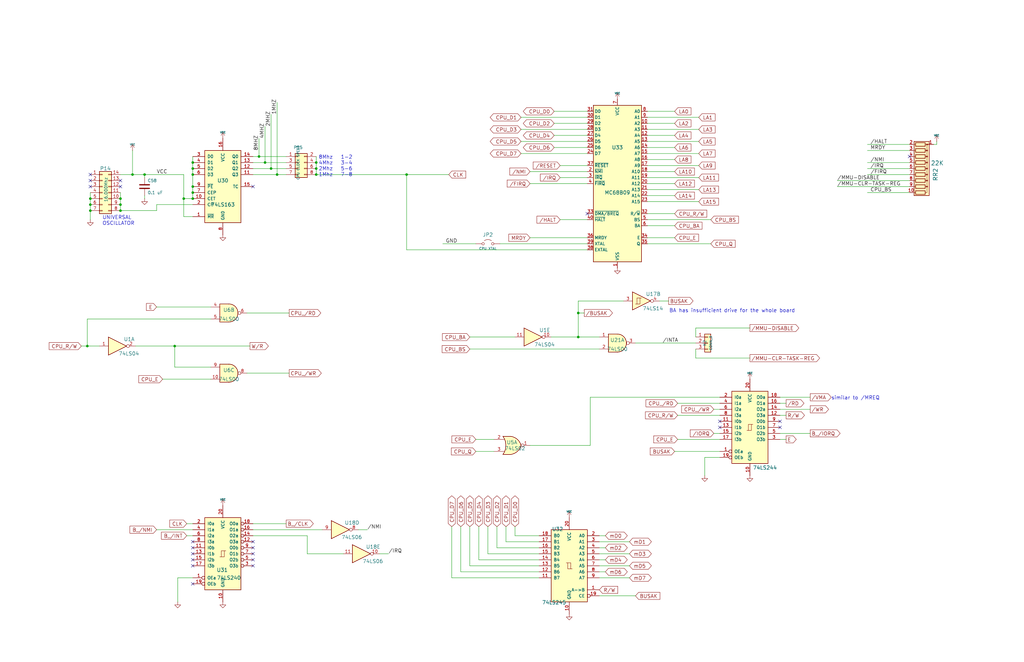
<source format=kicad_sch>
(kicad_sch (version 20231120) (generator "eeschema") (generator_version "8.0")
  (paper "B")
  (title_block (title "6809PC") (date "2025-01-21") (rev "001") (comment 1 "https://github.com/danwerner21/6809PC") (comment 2 "Based on work by Andrew Lynch and John Coffman"))
  (lib_symbols
    (symbol "74xx:74LS00" (pin_names (offset 1.016))
      (property "Reference" "U" (at 0 1.27 0))
      (property "Value" "74LS00" (at 0 -1.27 0))
      (symbol "74LS00_1_1"
        (pin input line (at -7.62 2.54 0) (length 3.81) (name "~") (number "1"))
        (pin input line (at -7.62 -2.54 0) (length 3.81) (name "~") (number "2"))
        (pin output inverted (at 7.62 0 180) (length 3.81) (name "~") (number "3"))
      )
      (symbol "74LS00_1_2"
        (pin input inverted (at -7.62 2.54 0) (length 4.318) (name "~") (number "1"))
        (pin input inverted (at -7.62 -2.54 0) (length 4.318) (name "~") (number "2"))
        (pin output line (at 7.62 0 180) (length 3.81) (name "~") (number "3"))
      )
      (symbol "74LS00_2_1"
        (pin input line (at -7.62 2.54 0) (length 3.81) (name "~") (number "4"))
        (pin input line (at -7.62 -2.54 0) (length 3.81) (name "~") (number "5"))
        (pin output inverted (at 7.62 0 180) (length 3.81) (name "~") (number "6"))
      )
      (symbol "74LS00_2_2"
        (pin input inverted (at -7.62 2.54 0) (length 4.318) (name "~") (number "4"))
        (pin input inverted (at -7.62 -2.54 0) (length 4.318) (name "~") (number "5"))
        (pin output line (at 7.62 0 180) (length 3.81) (name "~") (number "6"))
      )
      (symbol "74LS00_3_1"
        (pin input line (at -7.62 -2.54 0) (length 3.81) (name "~") (number "10"))
        (pin output inverted (at 7.62 0 180) (length 3.81) (name "~") (number "8"))
        (pin input line (at -7.62 2.54 0) (length 3.81) (name "~") (number "9"))
      )
      (symbol "74LS00_3_2"
        (pin input inverted (at -7.62 -2.54 0) (length 4.318) (name "~") (number "10"))
        (pin output line (at 7.62 0 180) (length 3.81) (name "~") (number "8"))
        (pin input inverted (at -7.62 2.54 0) (length 4.318) (name "~") (number "9"))
      )
      (symbol "74LS00_4_1"
        (pin output inverted (at 7.62 0 180) (length 3.81) (name "~") (number "11"))
        (pin input line (at -7.62 2.54 0) (length 3.81) (name "~") (number "12"))
        (pin input line (at -7.62 -2.54 0) (length 3.81) (name "~") (number "13"))
      )
      (symbol "74LS00_4_2"
        (pin output line (at 7.62 0 180) (length 3.81) (name "~") (number "11"))
        (pin input inverted (at -7.62 2.54 0) (length 4.318) (name "~") (number "12"))
        (pin input inverted (at -7.62 -2.54 0) (length 4.318) (name "~") (number "13"))
      )
      (symbol "74LS00_5_0"
        (pin power_in line (at 0 12.7 270) (length 5.08) (name "VCC") (number "14"))
        (pin power_in line (at 0 -12.7 90) (length 5.08) (name "GND") (number "7"))
      )
    )
    (symbol "74xx:74LS02" (pin_names (offset 1.016))
      (property "Reference" "U" (at 0 1.27 0))
      (property "Value" "74LS02" (at 0 -1.27 0))
      (symbol "74LS02_1_1"
        (pin output inverted (at 7.62 0 180) (length 3.81) (name "~") (number "1"))
        (pin input line (at -7.62 2.54 0) (length 4.318) (name "~") (number "2"))
        (pin input line (at -7.62 -2.54 0) (length 4.318) (name "~") (number "3"))
      )
      (symbol "74LS02_1_2"
        (pin output line (at 7.62 0 180) (length 3.81) (name "~") (number "1"))
        (pin input inverted (at -7.62 2.54 0) (length 3.81) (name "~") (number "2"))
        (pin input inverted (at -7.62 -2.54 0) (length 3.81) (name "~") (number "3"))
      )
      (symbol "74LS02_2_1"
        (pin output inverted (at 7.62 0 180) (length 3.81) (name "~") (number "4"))
        (pin input line (at -7.62 2.54 0) (length 4.318) (name "~") (number "5"))
        (pin input line (at -7.62 -2.54 0) (length 4.318) (name "~") (number "6"))
      )
      (symbol "74LS02_2_2"
        (pin output line (at 7.62 0 180) (length 3.81) (name "~") (number "4"))
        (pin input inverted (at -7.62 2.54 0) (length 3.81) (name "~") (number "5"))
        (pin input inverted (at -7.62 -2.54 0) (length 3.81) (name "~") (number "6"))
      )
      (symbol "74LS02_3_1"
        (pin output inverted (at 7.62 0 180) (length 3.81) (name "~") (number "10"))
        (pin input line (at -7.62 2.54 0) (length 4.318) (name "~") (number "8"))
        (pin input line (at -7.62 -2.54 0) (length 4.318) (name "~") (number "9"))
      )
      (symbol "74LS02_3_2"
        (pin output line (at 7.62 0 180) (length 3.81) (name "~") (number "10"))
        (pin input inverted (at -7.62 2.54 0) (length 3.81) (name "~") (number "8"))
        (pin input inverted (at -7.62 -2.54 0) (length 3.81) (name "~") (number "9"))
      )
      (symbol "74LS02_4_1"
        (pin input line (at -7.62 2.54 0) (length 4.318) (name "~") (number "11"))
        (pin input line (at -7.62 -2.54 0) (length 4.318) (name "~") (number "12"))
        (pin output inverted (at 7.62 0 180) (length 3.81) (name "~") (number "13"))
      )
      (symbol "74LS02_4_2"
        (pin input inverted (at -7.62 2.54 0) (length 3.81) (name "~") (number "11"))
        (pin input inverted (at -7.62 -2.54 0) (length 3.81) (name "~") (number "12"))
        (pin output line (at 7.62 0 180) (length 3.81) (name "~") (number "13"))
      )
      (symbol "74LS02_5_0"
        (pin power_in line (at 0 12.7 270) (length 5.08) (name "VCC") (number "14"))
        (pin power_in line (at 0 -12.7 90) (length 5.08) (name "GND") (number "7"))
      )
    )
    (symbol "74xx:74LS04"
      (property "Reference" "U" (at 0 1.27 0))
      (property "Value" "74LS04" (at 0 -1.27 0))
      (symbol "74LS04_1_0"
        (pin input line (at -7.62 0 0) (length 3.81) (name "~") (number "1"))
        (pin output inverted (at 7.62 0 180) (length 3.81) (name "~") (number "2"))
      )
      (symbol "74LS04_2_0"
        (pin input line (at -7.62 0 0) (length 3.81) (name "~") (number "3"))
        (pin output inverted (at 7.62 0 180) (length 3.81) (name "~") (number "4"))
      )
      (symbol "74LS04_3_0"
        (pin input line (at -7.62 0 0) (length 3.81) (name "~") (number "5"))
        (pin output inverted (at 7.62 0 180) (length 3.81) (name "~") (number "6"))
      )
      (symbol "74LS04_4_0"
        (pin output inverted (at 7.62 0 180) (length 3.81) (name "~") (number "8"))
        (pin input line (at -7.62 0 0) (length 3.81) (name "~") (number "9"))
      )
      (symbol "74LS04_5_0"
        (pin output inverted (at 7.62 0 180) (length 3.81) (name "~") (number "10"))
        (pin input line (at -7.62 0 0) (length 3.81) (name "~") (number "11"))
      )
      (symbol "74LS04_6_0"
        (pin output inverted (at 7.62 0 180) (length 3.81) (name "~") (number "12"))
        (pin input line (at -7.62 0 0) (length 3.81) (name "~") (number "13"))
      )
      (symbol "74LS04_7_0"
        (pin power_in line (at 0 12.7 270) (length 5.08) (name "VCC") (number "14"))
        (pin power_in line (at 0 -12.7 90) (length 5.08) (name "GND") (number "7"))
      )
    )
    (symbol "74xx:74LS06" (pin_names (offset 1.016))
      (property "Reference" "U" (at 0 1.27 0))
      (property "Value" "74LS06" (at 0 -1.27 0))
      (symbol "74LS06_1_0"
        (pin input line (at -7.62 0 0) (length 3.81) (name "~") (number "1"))
        (pin open_collector inverted (at 7.62 0 180) (length 3.81) (name "~") (number "2"))
      )
      (symbol "74LS06_2_0"
        (pin input line (at -7.62 0 0) (length 3.81) (name "~") (number "3"))
        (pin open_collector inverted (at 7.62 0 180) (length 3.81) (name "~") (number "4"))
      )
      (symbol "74LS06_3_0"
        (pin input line (at -7.62 0 0) (length 3.81) (name "~") (number "5"))
        (pin open_collector inverted (at 7.62 0 180) (length 3.81) (name "~") (number "6"))
      )
      (symbol "74LS06_4_0"
        (pin open_collector inverted (at 7.62 0 180) (length 3.81) (name "~") (number "8"))
        (pin input line (at -7.62 0 0) (length 3.81) (name "~") (number "9"))
      )
      (symbol "74LS06_5_0"
        (pin open_collector inverted (at 7.62 0 180) (length 3.81) (name "~") (number "10"))
        (pin input line (at -7.62 0 0) (length 3.81) (name "~") (number "11"))
      )
      (symbol "74LS06_6_0"
        (pin open_collector inverted (at 7.62 0 180) (length 3.81) (name "~") (number "12"))
        (pin input line (at -7.62 0 0) (length 3.81) (name "~") (number "13"))
      )
      (symbol "74LS06_7_0"
        (pin power_in line (at 0 12.7 270) (length 5.08) (name "VCC") (number "14"))
        (pin power_in line (at 0 -12.7 90) (length 5.08) (name "GND") (number "7"))
      )
    )
    (symbol "74xx:74LS14" (pin_names (offset 1.016))
      (property "Reference" "U" (at 0 1.27 0))
      (property "Value" "74LS14" (at 0 -1.27 0))
      (symbol "74LS14_1_0"
        (pin input line (at -7.62 0 0) (length 3.81) (name "~") (number "1"))
        (pin output inverted (at 7.62 0 180) (length 3.81) (name "~") (number "2"))
      )
      (symbol "74LS14_2_0"
        (pin input line (at -7.62 0 0) (length 3.81) (name "~") (number "3"))
        (pin output inverted (at 7.62 0 180) (length 3.81) (name "~") (number "4"))
      )
      (symbol "74LS14_3_0"
        (pin input line (at -7.62 0 0) (length 3.81) (name "~") (number "5"))
        (pin output inverted (at 7.62 0 180) (length 3.81) (name "~") (number "6"))
      )
      (symbol "74LS14_4_0"
        (pin output inverted (at 7.62 0 180) (length 3.81) (name "~") (number "8"))
        (pin input line (at -7.62 0 0) (length 3.81) (name "~") (number "9"))
      )
      (symbol "74LS14_5_0"
        (pin output inverted (at 7.62 0 180) (length 3.81) (name "~") (number "10"))
        (pin input line (at -7.62 0 0) (length 3.81) (name "~") (number "11"))
      )
      (symbol "74LS14_6_0"
        (pin output inverted (at 7.62 0 180) (length 3.81) (name "~") (number "12"))
        (pin input line (at -7.62 0 0) (length 3.81) (name "~") (number "13"))
      )
      (symbol "74LS14_7_0"
        (pin power_in line (at 0 12.7 270) (length 5.08) (name "VCC") (number "14"))
        (pin power_in line (at 0 -12.7 90) (length 5.08) (name "GND") (number "7"))
      )
    )
    (symbol "74xx:74LS163" (pin_names (offset 1.016))
      (property "Reference" "U" (at -7.62 16.51 0))
      (property "Value" "74LS163" (at -7.62 -16.51 0))
      (symbol "74LS163_1_0"
        (pin input line (at -12.7 -12.7 0) (length 5.08) (name "~{MR}") (number "1"))
        (pin input line (at -12.7 -5.08 0) (length 5.08) (name "CET") (number "10"))
        (pin output line (at 12.7 5.08 180) (length 5.08) (name "Q3") (number "11"))
        (pin output line (at 12.7 7.62 180) (length 5.08) (name "Q2") (number "12"))
        (pin output line (at 12.7 10.16 180) (length 5.08) (name "Q1") (number "13"))
        (pin output line (at 12.7 12.7 180) (length 5.08) (name "Q0") (number "14"))
        (pin output line (at 12.7 0 180) (length 5.08) (name "TC") (number "15"))
        (pin power_in line (at 0 20.32 270) (length 5.08) (name "VCC") (number "16"))
        (pin input line (at -12.7 -7.62 0) (length 5.08) (name "CP") (number "2"))
        (pin input line (at -12.7 12.7 0) (length 5.08) (name "D0") (number "3"))
        (pin input line (at -12.7 10.16 0) (length 5.08) (name "D1") (number "4"))
        (pin input line (at -12.7 7.62 0) (length 5.08) (name "D2") (number "5"))
        (pin input line (at -12.7 5.08 0) (length 5.08) (name "D3") (number "6"))
        (pin input line (at -12.7 -2.54 0) (length 5.08) (name "CEP") (number "7"))
        (pin power_in line (at 0 -20.32 90) (length 5.08) (name "GND") (number "8"))
        (pin input line (at -12.7 0 0) (length 5.08) (name "~{PE}") (number "9"))
      )
    )
    (symbol "74xx:74LS240" (pin_names (offset 1.016))
      (property "Reference" "U" (at -7.62 16.51 0))
      (property "Value" "74LS240" (at -7.62 -16.51 0))
      (symbol "74LS240_1_0"
        (pin input inverted (at -12.7 -10.16 0) (length 5.08) (name "OEa") (number "1"))
        (pin power_in line (at 0 -20.32 90) (length 5.08) (name "GND") (number "10"))
        (pin input line (at -12.7 2.54 0) (length 5.08) (name "I0b") (number "11"))
        (pin tri_state inverted (at 12.7 5.08 180) (length 5.08) (name "O3a") (number "12"))
        (pin input line (at -12.7 0 0) (length 5.08) (name "I1b") (number "13"))
        (pin tri_state inverted (at 12.7 7.62 180) (length 5.08) (name "O2a") (number "14"))
        (pin input line (at -12.7 -2.54 0) (length 5.08) (name "I2b") (number "15"))
        (pin tri_state inverted (at 12.7 10.16 180) (length 5.08) (name "O1a") (number "16"))
        (pin input line (at -12.7 -5.08 0) (length 5.08) (name "I3b") (number "17"))
        (pin tri_state inverted (at 12.7 12.7 180) (length 5.08) (name "O0a") (number "18"))
        (pin input inverted (at -12.7 -12.7 0) (length 5.08) (name "OEb") (number "19"))
        (pin input line (at -12.7 12.7 0) (length 5.08) (name "I0a") (number "2"))
        (pin power_in line (at 0 20.32 270) (length 5.08) (name "VCC") (number "20"))
        (pin tri_state inverted (at 12.7 -5.08 180) (length 5.08) (name "O3b") (number "3"))
        (pin input line (at -12.7 10.16 0) (length 5.08) (name "I1a") (number "4"))
        (pin tri_state inverted (at 12.7 -2.54 180) (length 5.08) (name "O2b") (number "5"))
        (pin input line (at -12.7 7.62 0) (length 5.08) (name "I2a") (number "6"))
        (pin tri_state inverted (at 12.7 0 180) (length 5.08) (name "O1b") (number "7"))
        (pin input line (at -12.7 5.08 0) (length 5.08) (name "I3a") (number "8"))
        (pin tri_state inverted (at 12.7 2.54 180) (length 5.08) (name "O0b") (number "9"))
      )
    )
    (symbol "74xx:74LS244" (pin_names (offset 1.016))
      (property "Reference" "U" (at -7.62 16.51 0))
      (property "Value" "74LS244" (at -7.62 -16.51 0))
      (symbol "74LS244_1_0"
        (pin input inverted (at -12.7 -10.16 0) (length 5.08) (name "OEa") (number "1"))
        (pin power_in line (at 0 -20.32 90) (length 5.08) (name "GND") (number "10"))
        (pin input line (at -12.7 2.54 0) (length 5.08) (name "I0b") (number "11"))
        (pin tri_state line (at 12.7 5.08 180) (length 5.08) (name "O3a") (number "12"))
        (pin input line (at -12.7 0 0) (length 5.08) (name "I1b") (number "13"))
        (pin tri_state line (at 12.7 7.62 180) (length 5.08) (name "O2a") (number "14"))
        (pin input line (at -12.7 -2.54 0) (length 5.08) (name "I2b") (number "15"))
        (pin tri_state line (at 12.7 10.16 180) (length 5.08) (name "O1a") (number "16"))
        (pin input line (at -12.7 -5.08 0) (length 5.08) (name "I3b") (number "17"))
        (pin tri_state line (at 12.7 12.7 180) (length 5.08) (name "O0a") (number "18"))
        (pin input inverted (at -12.7 -12.7 0) (length 5.08) (name "OEb") (number "19"))
        (pin input line (at -12.7 12.7 0) (length 5.08) (name "I0a") (number "2"))
        (pin power_in line (at 0 20.32 270) (length 5.08) (name "VCC") (number "20"))
        (pin tri_state line (at 12.7 -5.08 180) (length 5.08) (name "O3b") (number "3"))
        (pin input line (at -12.7 10.16 0) (length 5.08) (name "I1a") (number "4"))
        (pin tri_state line (at 12.7 -2.54 180) (length 5.08) (name "O2b") (number "5"))
        (pin input line (at -12.7 7.62 0) (length 5.08) (name "I2a") (number "6"))
        (pin tri_state line (at 12.7 0 180) (length 5.08) (name "O1b") (number "7"))
        (pin input line (at -12.7 5.08 0) (length 5.08) (name "I3a") (number "8"))
        (pin tri_state line (at 12.7 2.54 180) (length 5.08) (name "O0b") (number "9"))
      )
    )
    (symbol "74xx:74LS245" (pin_names (offset 1.016))
      (property "Reference" "U" (at -7.62 16.51 0))
      (property "Value" "74LS245" (at -7.62 -16.51 0))
      (symbol "74LS245_1_0"
        (pin input line (at -12.7 -10.16 0) (length 5.08) (name "A->B") (number "1"))
        (pin power_in line (at 0 -20.32 90) (length 5.08) (name "GND") (number "10"))
        (pin tri_state line (at 12.7 -5.08 180) (length 5.08) (name "B7") (number "11"))
        (pin tri_state line (at 12.7 -2.54 180) (length 5.08) (name "B6") (number "12"))
        (pin tri_state line (at 12.7 0 180) (length 5.08) (name "B5") (number "13"))
        (pin tri_state line (at 12.7 2.54 180) (length 5.08) (name "B4") (number "14"))
        (pin tri_state line (at 12.7 5.08 180) (length 5.08) (name "B3") (number "15"))
        (pin tri_state line (at 12.7 7.62 180) (length 5.08) (name "B2") (number "16"))
        (pin tri_state line (at 12.7 10.16 180) (length 5.08) (name "B1") (number "17"))
        (pin tri_state line (at 12.7 12.7 180) (length 5.08) (name "B0") (number "18"))
        (pin input inverted (at -12.7 -12.7 0) (length 5.08) (name "CE") (number "19"))
        (pin tri_state line (at -12.7 12.7 0) (length 5.08) (name "A0") (number "2"))
        (pin power_in line (at 0 20.32 270) (length 5.08) (name "VCC") (number "20"))
        (pin tri_state line (at -12.7 10.16 0) (length 5.08) (name "A1") (number "3"))
        (pin tri_state line (at -12.7 7.62 0) (length 5.08) (name "A2") (number "4"))
        (pin tri_state line (at -12.7 5.08 0) (length 5.08) (name "A3") (number "5"))
        (pin tri_state line (at -12.7 2.54 0) (length 5.08) (name "A4") (number "6"))
        (pin tri_state line (at -12.7 0 0) (length 5.08) (name "A5") (number "7"))
        (pin tri_state line (at -12.7 -2.54 0) (length 5.08) (name "A6") (number "8"))
        (pin tri_state line (at -12.7 -5.08 0) (length 5.08) (name "A7") (number "9"))
      )
    )
    (symbol "CPU_NXP_6800:MC68B09"
      (property "Reference" "U" (at -7.62 34.29 0))
      (property "Value" "MC68B09" (at 10.16 34.29 0))
      (symbol "MC68B09_1_1"
        (pin power_in line (at 0 -35.56 90) (length 2.54) (name "VSS") (number "1"))
        (pin output line (at 12.7 25.4 180) (length 2.54) (name "A2") (number "10"))
        (pin output line (at 12.7 22.86 180) (length 2.54) (name "A3") (number "11"))
        (pin output line (at 12.7 20.32 180) (length 2.54) (name "A4") (number "12"))
        (pin output line (at 12.7 17.78 180) (length 2.54) (name "A5") (number "13"))
        (pin output line (at 12.7 15.24 180) (length 2.54) (name "A6") (number "14"))
        (pin output line (at 12.7 12.7 180) (length 2.54) (name "A7") (number "15"))
        (pin output line (at 12.7 10.16 180) (length 2.54) (name "A8") (number "16"))
        (pin output line (at 12.7 7.62 180) (length 2.54) (name "A9") (number "17"))
        (pin output line (at 12.7 5.08 180) (length 2.54) (name "A10") (number "18"))
        (pin output line (at 12.7 2.54 180) (length 2.54) (name "A11") (number "19"))
        (pin input line (at -12.7 5.08 0) (length 2.54) (name "~{NMI}") (number "2"))
        (pin output line (at 12.7 0 180) (length 2.54) (name "A12") (number "20"))
        (pin output line (at 12.7 -2.54 180) (length 2.54) (name "A13") (number "21"))
        (pin output line (at 12.7 -5.08 180) (length 2.54) (name "A14") (number "22"))
        (pin output line (at 12.7 -7.62 180) (length 2.54) (name "A15") (number "23"))
        (pin bidirectional line (at -12.7 12.7 0) (length 2.54) (name "D7") (number "24"))
        (pin bidirectional line (at -12.7 15.24 0) (length 2.54) (name "D6") (number "25"))
        (pin bidirectional line (at -12.7 17.78 0) (length 2.54) (name "D5") (number "26"))
        (pin bidirectional line (at -12.7 20.32 0) (length 2.54) (name "D4") (number "27"))
        (pin bidirectional line (at -12.7 22.86 0) (length 2.54) (name "D3") (number "28"))
        (pin bidirectional line (at -12.7 25.4 0) (length 2.54) (name "D2") (number "29"))
        (pin input line (at -12.7 2.54 0) (length 2.54) (name "~{IRQ}") (number "3"))
        (pin bidirectional line (at -12.7 27.94 0) (length 2.54) (name "D1") (number "30"))
        (pin bidirectional line (at -12.7 30.48 0) (length 2.54) (name "D0") (number "31"))
        (pin output line (at 12.7 -12.7 180) (length 2.54) (name "R/~{W}") (number "32"))
        (pin input line (at -12.7 -12.7 0) (length 2.54) (name "~{DMA/BREQ}") (number "33"))
        (pin output line (at 12.7 -22.86 180) (length 2.54) (name "E") (number "34"))
        (pin output line (at 12.7 -25.4 180) (length 2.54) (name "Q") (number "35"))
        (pin input line (at -12.7 -22.86 0) (length 2.54) (name "MRDY") (number "36"))
        (pin input line (at -12.7 7.62 0) (length 2.54) (name "~{RESET}") (number "37"))
        (pin input line (at -12.7 -27.94 0) (length 2.54) (name "EXTAL") (number "38"))
        (pin input line (at -12.7 -25.4 0) (length 2.54) (name "XTAL") (number "39"))
        (pin input line (at -12.7 0 0) (length 2.54) (name "~{FIRQ}") (number "4"))
        (pin input line (at -12.7 -15.24 0) (length 2.54) (name "~{HALT}") (number "40"))
        (pin output line (at 12.7 -15.24 180) (length 2.54) (name "BS") (number "5"))
        (pin output line (at 12.7 -17.78 180) (length 2.54) (name "BA") (number "6"))
        (pin power_in line (at 0 35.56 270) (length 2.54) (name "VCC") (number "7"))
        (pin output line (at 12.7 30.48 180) (length 2.54) (name "A0") (number "8"))
        (pin output line (at 12.7 27.94 180) (length 2.54) (name "A1") (number "9"))
      )
    )
    (symbol "Connector_Generic:Conn_01x03" (pin_names (offset 1.016) hide)
      (property "Reference" "J" (at 0 5.08 0))
      (property "Value" "Conn_01x03" (at 0 -5.08 0))
      (symbol "Conn_01x03_1_1"
        (pin passive line (at -5.08 2.54 0) (length 3.81) (name "Pin_1") (number "1"))
        (pin passive line (at -5.08 0 0) (length 3.81) (name "Pin_2") (number "2"))
        (pin passive line (at -5.08 -2.54 0) (length 3.81) (name "Pin_3") (number "3"))
      )
    )
    (symbol "Connector_Generic:Conn_02x04_Odd_Even" (pin_names (offset 1.016) hide)
      (property "Reference" "J" (at 1.27 5.08 0))
      (property "Value" "Conn_02x04_Odd_Even" (at 1.27 -7.62 0))
      (symbol "Conn_02x04_Odd_Even_1_1"
        (pin passive line (at -5.08 2.54 0) (length 3.81) (name "Pin_1") (number "1"))
        (pin passive line (at 7.62 2.54 180) (length 3.81) (name "Pin_2") (number "2"))
        (pin passive line (at -5.08 0 0) (length 3.81) (name "Pin_3") (number "3"))
        (pin passive line (at 7.62 0 180) (length 3.81) (name "Pin_4") (number "4"))
        (pin passive line (at -5.08 -2.54 0) (length 3.81) (name "Pin_5") (number "5"))
        (pin passive line (at 7.62 -2.54 180) (length 3.81) (name "Pin_6") (number "6"))
        (pin passive line (at -5.08 -5.08 0) (length 3.81) (name "Pin_7") (number "7"))
        (pin passive line (at 7.62 -5.08 180) (length 3.81) (name "Pin_8") (number "8"))
      )
    )
    (symbol "Custom:CLK"
      (property "Reference" "U" (at 0 0 0))
      (symbol "CLK_1_1"
        (pin passive line (at -6.35 -2.54 0) (length 3.81) (name "") (number "1"))
        (pin passive line (at 6.35 -12.7 180) (length 3.81) (name "") (number "10"))
        (pin passive line (at 6.35 -10.16 180) (length 3.81) (name "") (number "11"))
        (pin passive line (at 6.35 -7.62 180) (length 3.81) (name "") (number "12"))
        (pin passive line (at 6.35 -5.08 180) (length 3.81) (name "") (number "13"))
        (pin passive line (at 6.35 -2.54 180) (length 3.81) (name "") (number "14"))
        (pin passive line (at -6.35 -5.08 0) (length 3.81) (name "") (number "2"))
        (pin passive line (at -6.35 -7.62 0) (length 3.81) (name "") (number "3"))
        (pin passive line (at -6.35 -10.16 0) (length 3.81) (name "") (number "4"))
        (pin passive line (at -6.35 -12.7 0) (length 3.81) (name "") (number "5"))
        (pin passive line (at -6.35 -15.24 0) (length 3.81) (name "") (number "6"))
        (pin passive line (at -6.35 -17.78 0) (length 3.81) (name "") (number "7"))
        (pin passive line (at 6.35 -17.78 180) (length 3.81) (name "") (number "8"))
        (pin passive line (at 6.35 -15.24 180) (length 3.81) (name "") (number "9"))
      )
    )
    (symbol "Device:C" (pin_numbers hide) (pin_names (offset 0.254))
      (property "Reference" "C" (at 0.635 2.54 0))
      (property "Value" "C" (at 0.635 -2.54 0))
      (symbol "C_1_1"
        (pin passive line (at 0 3.81 270) (length 2.794) (name "~") (number "1"))
        (pin passive line (at 0 -3.81 90) (length 2.794) (name "~") (number "2"))
      )
    )
    (symbol "Device:R_Network09" (pin_names (offset 0) hide)
      (property "Reference" "RN" (at -12.7 0 90))
      (property "Value" "R_Network09" (at 12.7 0 90))
      (symbol "R_Network09_1_1"
        (pin passive line (at -10.16 5.08 270) (length 2.54) (name "common") (number "1"))
        (pin passive line (at 10.16 -5.08 90) (length 1.27) (name "R9") (number "10"))
        (pin passive line (at -10.16 -5.08 90) (length 1.27) (name "R1") (number "2"))
        (pin passive line (at -7.62 -5.08 90) (length 1.27) (name "R2") (number "3"))
        (pin passive line (at -5.08 -5.08 90) (length 1.27) (name "R3") (number "4"))
        (pin passive line (at -2.54 -5.08 90) (length 1.27) (name "R4") (number "5"))
        (pin passive line (at 0 -5.08 90) (length 1.27) (name "R5") (number "6"))
        (pin passive line (at 2.54 -5.08 90) (length 1.27) (name "R6") (number "7"))
        (pin passive line (at 5.08 -5.08 90) (length 1.27) (name "R7") (number "8"))
        (pin passive line (at 7.62 -5.08 90) (length 1.27) (name "R8") (number "9"))
      )
    )
    (symbol "Jumper:Jumper_2_Open" (pin_numbers hide) (pin_names (offset 0) hide) (exclude_from_sim yes)
      (property "Reference" "JP" (at 0 2.794 0))
      (property "Value" "Jumper_2_Open" (at 0 -2.286 0))
      (symbol "Jumper_2_Open_1_1"
        (pin passive line (at -5.08 0 0) (length 2.54) (name "A") (number "1"))
        (pin passive line (at 5.08 0 180) (length 2.54) (name "B") (number "2"))
      )
    )
    (symbol "power:GND" (power) (pin_numbers hide) (pin_names (offset 0) hide)
      (property "Value" "GND" (at 0 -3.81 0))
      (symbol "GND_1_1"
        (pin power_in line (at 0 0 270) (length 0) (name "~") (number "1"))
      )
    )
    (symbol "power:VCC" (power) (pin_numbers hide) (pin_names (offset 0) hide)
      (property "Value" "VCC" (at 0 3.556 0))
      (symbol "VCC_1_1"
        (pin power_in line (at 0 0 90) (length 0) (name "~") (number "1"))
      )
    )
  )
  (junction (at 81.28 83.82))
  (junction (at 109.22 66.04))
  (junction (at 133.35 68.58))
  (junction (at 38.1 86.36))
  (junction (at 81.28 71.12))
  (junction (at 243.84 132.08))
  (junction (at 38.1 83.82))
  (junction (at 50.8 88.9))
  (junction (at 243.84 142.24))
  (junction (at 133.35 73.66))
  (junction (at 81.28 68.58))
  (junction (at 77.47 83.82))
  (junction (at 171.45 73.66))
  (junction (at 60.96 73.66))
  (junction (at 81.28 81.28))
  (junction (at 38.1 88.9))
  (junction (at 114.3 71.12))
  (junction (at 36.83 146.05))
  (junction (at 133.35 71.12))
  (junction (at 111.76 68.58))
  (junction (at 73.66 146.05))
  (junction (at 50.8 83.82))
  (junction (at 81.28 73.66))
  (junction (at 116.84 73.66))
  (junction (at 81.28 78.74))
  (junction (at 55.88 73.66))
  (junction (at 50.8 86.36))
  (no_connect (at 38.1 76.2))
  (no_connect (at 328.93 180.34))
  (no_connect (at 38.1 73.66))
  (no_connect (at 81.28 236.22))
  (no_connect (at 81.28 233.68))
  (no_connect (at 106.68 236.22))
  (no_connect (at 247.65 90.17))
  (no_connect (at 383.54 66.04))
  (no_connect (at 106.68 228.6))
  (no_connect (at 106.68 231.14))
  (no_connect (at 50.8 76.2))
  (no_connect (at 81.28 246.38))
  (no_connect (at 303.53 180.34))
  (no_connect (at 81.28 238.76))
  (no_connect (at 106.68 238.76))
  (no_connect (at 50.8 78.74))
  (no_connect (at 328.93 177.8))
  (no_connect (at 81.28 231.14))
  (no_connect (at 38.1 78.74))
  (no_connect (at 106.68 78.74))
  (no_connect (at 303.53 177.8))
  (no_connect (at 106.68 233.68))
  (no_connect (at 81.28 228.6))
  (wire (pts (xy 278.13 127) (xy 281.94 127)))
  (wire (pts (xy 171.45 105.41) (xy 247.65 105.41)))
  (wire (pts (xy 66.04 223.52) (xy 81.28 223.52)))
  (wire (pts (xy 106.68 71.12) (xy 114.3 71.12)))
  (wire (pts (xy 36.83 146.05) (xy 41.91 146.05)))
  (wire (pts (xy 109.22 66.04) (xy 120.65 66.04)))
  (wire (pts (xy 273.05 92.71) (xy 299.72 92.71)))
  (wire (pts (xy 383.54 76.2) (xy 353.06 76.2)))
  (wire (pts (xy 297.18 200.66) (xy 297.18 193.04)))
  (wire (pts (xy 394.97 60.96) (xy 394.97 59.69)))
  (wire (pts (xy 205.74 233.68) (xy 227.33 233.68)))
  (wire (pts (xy 294.64 85.09) (xy 273.05 85.09)))
  (wire (pts (xy 77.47 73.66) (xy 77.47 83.82)))
  (wire (pts (xy 114.3 71.12) (xy 120.65 71.12)))
  (wire (pts (xy 111.76 68.58) (xy 120.65 68.58)))
  (wire (pts (xy 223.52 77.47) (xy 247.65 77.47)))
  (wire (pts (xy 200.66 185.42) (xy 208.28 185.42)))
  (wire (pts (xy 236.22 69.85) (xy 247.65 69.85)))
  (wire (pts (xy 186.69 102.87) (xy 200.66 102.87)))
  (wire (pts (xy 50.8 88.9) (xy 66.04 88.9)))
  (wire (pts (xy 341.63 172.72) (xy 328.93 172.72)))
  (wire (pts (xy 247.65 64.77) (xy 219.71 64.77)))
  (wire (pts (xy 38.1 86.36) (xy 38.1 88.9)))
  (wire (pts (xy 50.8 86.36) (xy 50.8 88.9)))
  (wire (pts (xy 133.35 68.58) (xy 133.35 71.12)))
  (wire (pts (xy 66.04 129.54) (xy 88.9 129.54)))
  (wire (pts (xy 243.84 127) (xy 262.89 127)))
  (wire (pts (xy 285.75 170.18) (xy 303.53 170.18)))
  (wire (pts (xy 293.37 142.24) (xy 293.37 138.43)))
  (wire (pts (xy 247.65 52.07) (xy 233.68 52.07)))
  (wire (pts (xy 247.65 49.53) (xy 219.71 49.53)))
  (wire (pts (xy 328.93 170.18) (xy 331.47 170.18)))
  (wire (pts (xy 38.1 88.9) (xy 38.1 92.71)))
  (wire (pts (xy 284.48 190.5) (xy 303.53 190.5)))
  (wire (pts (xy 303.53 167.64) (xy 248.92 167.64)))
  (wire (pts (xy 106.68 223.52) (xy 135.89 223.52)))
  (wire (pts (xy 81.28 73.66) (xy 81.28 78.74)))
  (wire (pts (xy 217.17 226.06) (xy 227.33 226.06)))
  (wire (pts (xy 50.8 81.28) (xy 50.8 83.82)))
  (wire (pts (xy 246.38 132.08) (xy 243.84 132.08)))
  (wire (pts (xy 198.12 142.24) (xy 217.17 142.24)))
  (wire (pts (xy 284.48 46.99) (xy 273.05 46.99)))
  (wire (pts (xy 293.37 138.43) (xy 316.23 138.43)))
  (wire (pts (xy 267.97 144.78) (xy 293.37 144.78)))
  (wire (pts (xy 328.93 182.88) (xy 341.63 182.88)))
  (wire (pts (xy 194.31 222.25) (xy 194.31 241.3)))
  (wire (pts (xy 77.47 83.82) (xy 77.47 91.44)))
  (wire (pts (xy 129.54 226.06) (xy 106.68 226.06)))
  (wire (pts (xy 198.12 147.32) (xy 252.73 147.32)))
  (wire (pts (xy 273.05 102.87) (xy 299.72 102.87)))
  (wire (pts (xy 81.28 243.84) (xy 74.93 243.84)))
  (wire (pts (xy 60.96 73.66) (xy 60.96 74.93)))
  (wire (pts (xy 114.3 48.26) (xy 114.3 71.12)))
  (wire (pts (xy 129.54 233.68) (xy 129.54 226.06)))
  (wire (pts (xy 223.52 187.96) (xy 248.92 187.96)))
  (wire (pts (xy 50.8 73.66) (xy 55.88 73.66)))
  (wire (pts (xy 294.64 80.01) (xy 273.05 80.01)))
  (wire (pts (xy 209.55 222.25) (xy 209.55 231.14)))
  (wire (pts (xy 38.1 81.28) (xy 38.1 83.82)))
  (wire (pts (xy 243.84 142.24) (xy 252.73 142.24)))
  (wire (pts (xy 129.54 233.68) (xy 144.78 233.68)))
  (wire (pts (xy 383.54 73.66) (xy 365.76 73.66)))
  (wire (pts (xy 294.64 54.61) (xy 273.05 54.61)))
  (wire (pts (xy 200.66 190.5) (xy 208.28 190.5)))
  (wire (pts (xy 116.84 73.66) (xy 120.65 73.66)))
  (wire (pts (xy 104.14 157.48) (xy 121.92 157.48)))
  (wire (pts (xy 73.66 154.94) (xy 88.9 154.94)))
  (wire (pts (xy 133.35 71.12) (xy 133.35 73.66)))
  (wire (pts (xy 328.93 185.42) (xy 331.47 185.42)))
  (wire (pts (xy 265.43 238.76) (xy 252.73 238.76)))
  (wire (pts (xy 284.48 77.47) (xy 273.05 77.47)))
  (wire (pts (xy 171.45 73.66) (xy 171.45 105.41)))
  (wire (pts (xy 383.54 78.74) (xy 353.06 78.74)))
  (wire (pts (xy 294.64 59.69) (xy 273.05 59.69)))
  (wire (pts (xy 247.65 57.15) (xy 233.68 57.15)))
  (wire (pts (xy 365.76 60.96) (xy 383.54 60.96)))
  (wire (pts (xy 223.52 72.39) (xy 247.65 72.39)))
  (wire (pts (xy 255.27 231.14) (xy 252.73 231.14)))
  (wire (pts (xy 201.93 236.22) (xy 227.33 236.22)))
  (wire (pts (xy 81.28 71.12) (xy 81.28 73.66)))
  (wire (pts (xy 36.83 134.62) (xy 88.9 134.62)))
  (wire (pts (xy 217.17 222.25) (xy 217.17 226.06)))
  (wire (pts (xy 294.64 64.77) (xy 273.05 64.77)))
  (wire (pts (xy 73.66 154.94) (xy 73.66 146.05)))
  (wire (pts (xy 285.75 175.26) (xy 303.53 175.26)))
  (wire (pts (xy 284.48 52.07) (xy 273.05 52.07)))
  (wire (pts (xy 247.65 46.99) (xy 233.68 46.99)))
  (wire (pts (xy 236.22 92.71) (xy 247.65 92.71)))
  (wire (pts (xy 73.66 146.05) (xy 105.41 146.05)))
  (wire (pts (xy 81.28 81.28) (xy 81.28 83.82)))
  (wire (pts (xy 60.96 73.66) (xy 77.47 73.66)))
  (wire (pts (xy 190.5 222.25) (xy 190.5 243.84)))
  (wire (pts (xy 77.47 91.44) (xy 81.28 91.44)))
  (wire (pts (xy 284.48 67.31) (xy 273.05 67.31)))
  (wire (pts (xy 78.74 220.98) (xy 81.28 220.98)))
  (wire (pts (xy 81.28 83.82) (xy 77.47 83.82)))
  (wire (pts (xy 247.65 59.69) (xy 219.71 59.69)))
  (wire (pts (xy 116.84 43.18) (xy 116.84 73.66)))
  (wire (pts (xy 66.04 86.36) (xy 66.04 88.9)))
  (wire (pts (xy 50.8 83.82) (xy 50.8 86.36)))
  (wire (pts (xy 36.83 134.62) (xy 36.83 146.05)))
  (wire (pts (xy 273.05 90.17) (xy 284.48 90.17)))
  (wire (pts (xy 106.68 68.58) (xy 111.76 68.58)))
  (wire (pts (xy 81.28 78.74) (xy 81.28 81.28)))
  (wire (pts (xy 255.27 226.06) (xy 252.73 226.06)))
  (wire (pts (xy 273.05 95.25) (xy 284.48 95.25)))
  (wire (pts (xy 383.54 81.28) (xy 365.76 81.28)))
  (wire (pts (xy 223.52 100.33) (xy 247.65 100.33)))
  (wire (pts (xy 198.12 238.76) (xy 227.33 238.76)))
  (wire (pts (xy 213.36 222.25) (xy 213.36 228.6)))
  (wire (pts (xy 106.68 220.98) (xy 120.65 220.98)))
  (wire (pts (xy 294.64 74.93) (xy 273.05 74.93)))
  (wire (pts (xy 209.55 231.14) (xy 227.33 231.14)))
  (wire (pts (xy 383.54 71.12) (xy 365.76 71.12)))
  (wire (pts (xy 294.64 49.53) (xy 273.05 49.53)))
  (wire (pts (xy 293.37 151.13) (xy 293.37 147.32)))
  (wire (pts (xy 273.05 100.33) (xy 284.48 100.33)))
  (wire (pts (xy 74.93 243.84) (xy 74.93 254)))
  (wire (pts (xy 38.1 83.82) (xy 38.1 86.36)))
  (wire (pts (xy 247.65 54.61) (xy 219.71 54.61)))
  (wire (pts (xy 213.36 228.6) (xy 227.33 228.6)))
  (wire (pts (xy 252.73 251.46) (xy 267.97 251.46)))
  (wire (pts (xy 243.84 142.24) (xy 243.84 132.08)))
  (wire (pts (xy 297.18 193.04) (xy 303.53 193.04)))
  (wire (pts (xy 104.14 132.08) (xy 121.92 132.08)))
  (wire (pts (xy 55.88 73.66) (xy 55.88 63.5)))
  (wire (pts (xy 316.23 151.13) (xy 293.37 151.13)))
  (wire (pts (xy 78.74 226.06) (xy 81.28 226.06)))
  (wire (pts (xy 300.99 172.72) (xy 303.53 172.72)))
  (wire (pts (xy 284.48 82.55) (xy 273.05 82.55)))
  (wire (pts (xy 111.76 53.34) (xy 111.76 68.58)))
  (wire (pts (xy 171.45 73.66) (xy 189.23 73.66)))
  (wire (pts (xy 55.88 73.66) (xy 60.96 73.66)))
  (wire (pts (xy 232.41 142.24) (xy 243.84 142.24)))
  (wire (pts (xy 106.68 73.66) (xy 116.84 73.66)))
  (wire (pts (xy 383.54 63.5) (xy 365.76 63.5)))
  (wire (pts (xy 81.28 86.36) (xy 66.04 86.36)))
  (wire (pts (xy 106.68 66.04) (xy 109.22 66.04)))
  (wire (pts (xy 81.28 66.04) (xy 81.28 68.58)))
  (wire (pts (xy 190.5 243.84) (xy 227.33 243.84)))
  (wire (pts (xy 205.74 222.25) (xy 205.74 233.68)))
  (wire (pts (xy 247.65 62.23) (xy 233.68 62.23)))
  (wire (pts (xy 265.43 243.84) (xy 252.73 243.84)))
  (wire (pts (xy 210.82 102.87) (xy 247.65 102.87)))
  (wire (pts (xy 255.27 241.3) (xy 252.73 241.3)))
  (wire (pts (xy 160.02 233.68) (xy 163.83 233.68)))
  (wire (pts (xy 201.93 222.25) (xy 201.93 236.22)))
  (wire (pts (xy 255.27 236.22) (xy 252.73 236.22)))
  (wire (pts (xy 81.28 68.58) (xy 81.28 71.12)))
  (wire (pts (xy 341.63 167.64) (xy 328.93 167.64)))
  (wire (pts (xy 303.53 185.42) (xy 285.75 185.42)))
  (wire (pts (xy 109.22 58.42) (xy 109.22 66.04)))
  (wire (pts (xy 284.48 57.15) (xy 273.05 57.15)))
  (wire (pts (xy 284.48 72.39) (xy 273.05 72.39)))
  (wire (pts (xy 248.92 167.64) (xy 248.92 187.96)))
  (wire (pts (xy 303.53 182.88) (xy 300.99 182.88)))
  (wire (pts (xy 151.13 223.52) (xy 154.94 223.52)))
  (wire (pts (xy 194.31 241.3) (xy 227.33 241.3)))
  (wire (pts (xy 294.64 69.85) (xy 273.05 69.85)))
  (wire (pts (xy 57.15 146.05) (xy 73.66 146.05)))
  (wire (pts (xy 393.7 60.96) (xy 394.97 60.96)))
  (wire (pts (xy 68.58 160.02) (xy 88.9 160.02)))
  (wire (pts (xy 198.12 222.25) (xy 198.12 238.76)))
  (wire (pts (xy 265.43 228.6) (xy 252.73 228.6)))
  (wire (pts (xy 133.35 73.66) (xy 171.45 73.66)))
  (wire (pts (xy 133.35 66.04) (xy 133.35 68.58)))
  (wire (pts (xy 236.22 74.93) (xy 247.65 74.93)))
  (wire (pts (xy 284.48 62.23) (xy 273.05 62.23)))
  (wire (pts (xy 243.84 132.08) (xy 243.84 127)))
  (wire (pts (xy 265.43 233.68) (xy 252.73 233.68)))
  (wire (pts (xy 34.29 146.05) (xy 36.83 146.05)))
  (wire (pts (xy 365.76 68.58) (xy 383.54 68.58)))
  (wire (pts (xy 328.93 175.26) (xy 331.47 175.26)))
  (wire (pts (xy 60.96 82.55) (xy 60.96 83.82)))
  (text "8Mhz   1-2\n4Mhz   3-4\n2Mhz   5-6\n1Mhz   7-8" (at 134.366 74.676 0) (effects (font (size 1.524 1.524)) (justify left bottom)))
  (text "BA has insufficient drive for the whole board" (at 335.28 132.08 0) (effects (font (size 1.524 1.524)) (justify right bottom)))
  (text "similar to /MREQ" (at 350.52 168.91 0) (effects (font (size 1.524 1.524)) (justify left bottom)))
  (text "UNIVERSAL\nOSCILLATOR" (at 43.18 95.25 0) (effects (font (size 1.524 1.524)) (justify left bottom)))
  (label "2MHZ" (at 114.3 53.34 90) (effects (font (size 1.524 1.524))))
  (label "/IRQ" (at 367.03 71.12 0) (effects (font (size 1.524 1.524))))
  (label "/IRQ" (at 163.83 233.68 0) (effects (font (size 1.524 1.524))))
  (label "/MMU-CLR-TASK-REG" (at 353.06 78.74 0) (effects (font (size 1.524 1.524))))
  (label "8MHZ" (at 109.22 63.5 90) (effects (font (size 1.524 1.524))))
  (label "1MHZ" (at 116.84 48.26 90) (effects (font (size 1.524 1.524))))
  (label "/MMU-DISABLE" (at 353.06 76.2 0) (effects (font (size 1.524 1.524))))
  (label "CPU_BS" (at 367.03 81.28 0) (effects (font (size 1.524 1.524))))
  (label "/NMI" (at 154.94 223.52 0) (effects (font (size 1.524 1.524))))
  (label "GND" (at 187.96 102.87 0) (effects (font (size 1.524 1.524))))
  (label "/NMI" (at 367.03 68.58 0) (effects (font (size 1.524 1.524))))
  (label "/FIRQ" (at 367.03 73.66 0) (effects (font (size 1.524 1.524))))
  (label "MRDY" (at 367.03 63.5 0) (effects (font (size 1.524 1.524))))
  (label "4MHZ" (at 111.76 58.42 90) (effects (font (size 1.524 1.524))))
  (label "VCC" (at 66.04 73.66 0) (effects (font (size 1.524 1.524))))
  (label "/HALT" (at 367.03 60.96 0) (effects (font (size 1.524 1.524))))
  (label "/INTA" (at 279.4 144.78 0) (effects (font (size 1.524 1.524))))
  (global_label "B_/NMI" (shape input) (at 66.04 223.52 180) (effects (font (size 1.524 1.524))) (property "Intersheetrefs" "${INTERSHEET_REFS}" (effects (hide yes))))
  (global_label "CPU_R/W" (shape input) (at 285.75 175.26 180) (effects (font (size 1.524 1.524))) (property "Intersheetrefs" "${INTERSHEET_REFS}" (effects (hide yes))))
  (global_label "CPU_BS" (shape input) (at 299.72 92.71 0) (effects (font (size 1.524 1.524))) (property "Intersheetrefs" "${INTERSHEET_REFS}" (effects (hide yes))))
  (global_label "CPU_E" (shape input) (at 285.75 185.42 180) (effects (font (size 1.524 1.524))) (property "Intersheetrefs" "${INTERSHEET_REFS}" (effects (hide yes))))
  (global_label "LA3" (shape input) (at 294.64 54.61 0) (effects (font (size 1.524 1.524))) (property "Intersheetrefs" "${INTERSHEET_REFS}" (effects (hide yes))))
  (global_label "B_/CLK" (shape output) (at 120.65 220.98 0) (effects (font (size 1.524 1.524))) (property "Intersheetrefs" "${INTERSHEET_REFS}" (effects (hide yes))))
  (global_label "CPU_D4" (shape bidirectional) (at 201.93 222.25 90) (effects (font (size 1.524 1.524))) (property "Intersheetrefs" "${INTERSHEET_REFS}" (effects (hide yes))))
  (global_label "CPU_D5" (shape bidirectional) (at 198.12 222.25 90) (effects (font (size 1.524 1.524))) (property "Intersheetrefs" "${INTERSHEET_REFS}" (effects (hide yes))))
  (global_label "CPU_D7" (shape bidirectional) (at 190.5 222.25 90) (effects (font (size 1.524 1.524))) (property "Intersheetrefs" "${INTERSHEET_REFS}" (effects (hide yes))))
  (global_label "CPU_D3" (shape bidirectional) (at 219.71 54.61 180) (effects (font (size 1.524 1.524))) (property "Intersheetrefs" "${INTERSHEET_REFS}" (effects (hide yes))))
  (global_label "W/R" (shape output) (at 105.41 146.05 0) (effects (font (size 1.524 1.524))) (property "Intersheetrefs" "${INTERSHEET_REFS}" (effects (hide yes))))
  (global_label "LA13" (shape input) (at 294.64 80.01 0) (effects (font (size 1.524 1.524))) (property "Intersheetrefs" "${INTERSHEET_REFS}" (effects (hide yes))))
  (global_label "CPU_Q" (shape input) (at 200.66 190.5 180) (effects (font (size 1.524 1.524))) (property "Intersheetrefs" "${INTERSHEET_REFS}" (effects (hide yes))))
  (global_label "CLK" (shape input) (at 78.74 220.98 180) (effects (font (size 1.524 1.524))) (property "Intersheetrefs" "${INTERSHEET_REFS}" (effects (hide yes))))
  (global_label "mD4" (shape bidirectional) (at 255.27 236.22 0) (effects (font (size 1.524 1.524))) (property "Intersheetrefs" "${INTERSHEET_REFS}" (effects (hide yes))))
  (global_label "/HALT" (shape input) (at 236.22 92.71 180) (effects (font (size 1.524 1.524))) (property "Intersheetrefs" "${INTERSHEET_REFS}" (effects (hide yes))))
  (global_label "/IORQ" (shape input) (at 300.99 182.88 180) (effects (font (size 1.524 1.524))) (property "Intersheetrefs" "${INTERSHEET_REFS}" (effects (hide yes))))
  (global_label "CPU_D4" (shape bidirectional) (at 233.68 57.15 180) (effects (font (size 1.524 1.524))) (property "Intersheetrefs" "${INTERSHEET_REFS}" (effects (hide yes))))
  (global_label "mD0" (shape bidirectional) (at 255.27 226.06 0) (effects (font (size 1.524 1.524))) (property "Intersheetrefs" "${INTERSHEET_REFS}" (effects (hide yes))))
  (global_label "LA5" (shape input) (at 294.64 59.69 0) (effects (font (size 1.524 1.524))) (property "Intersheetrefs" "${INTERSHEET_REFS}" (effects (hide yes))))
  (global_label "CPU_Q" (shape input) (at 299.72 102.87 0) (effects (font (size 1.524 1.524))) (property "Intersheetrefs" "${INTERSHEET_REFS}" (effects (hide yes))))
  (global_label "CPU_D6" (shape bidirectional) (at 233.68 62.23 180) (effects (font (size 1.524 1.524))) (property "Intersheetrefs" "${INTERSHEET_REFS}" (effects (hide yes))))
  (global_label "CPU_E" (shape input) (at 284.48 100.33 0) (effects (font (size 1.524 1.524))) (property "Intersheetrefs" "${INTERSHEET_REFS}" (effects (hide yes))))
  (global_label "LA11" (shape input) (at 294.64 74.93 0) (effects (font (size 1.524 1.524))) (property "Intersheetrefs" "${INTERSHEET_REFS}" (effects (hide yes))))
  (global_label "CPU_BS" (shape input) (at 198.12 147.32 180) (effects (font (size 1.524 1.524))) (property "Intersheetrefs" "${INTERSHEET_REFS}" (effects (hide yes))))
  (global_label "CPU_R/W" (shape input) (at 34.29 146.05 180) (effects (font (size 1.524 1.524))) (property "Intersheetrefs" "${INTERSHEET_REFS}" (effects (hide yes))))
  (global_label "LA9" (shape input) (at 294.64 69.85 0) (effects (font (size 1.524 1.524))) (property "Intersheetrefs" "${INTERSHEET_REFS}" (effects (hide yes))))
  (global_label "LA6" (shape input) (at 284.48 62.23 0) (effects (font (size 1.524 1.524))) (property "Intersheetrefs" "${INTERSHEET_REFS}" (effects (hide yes))))
  (global_label "R/W" (shape output) (at 331.47 175.26 0) (effects (font (size 1.524 1.524))) (property "Intersheetrefs" "${INTERSHEET_REFS}" (effects (hide yes))))
  (global_label "CPU_D6" (shape bidirectional) (at 194.31 222.25 90) (effects (font (size 1.524 1.524))) (property "Intersheetrefs" "${INTERSHEET_REFS}" (effects (hide yes))))
  (global_label "CPU_D1" (shape bidirectional) (at 213.36 222.25 90) (effects (font (size 1.524 1.524))) (property "Intersheetrefs" "${INTERSHEET_REFS}" (effects (hide yes))))
  (global_label "mD2" (shape bidirectional) (at 255.27 231.14 0) (effects (font (size 1.524 1.524))) (property "Intersheetrefs" "${INTERSHEET_REFS}" (effects (hide yes))))
  (global_label "CPU_E" (shape input) (at 68.58 160.02 180) (effects (font (size 1.524 1.524))) (property "Intersheetrefs" "${INTERSHEET_REFS}" (effects (hide yes))))
  (global_label "/VMA" (shape output) (at 341.63 167.64 0) (effects (font (size 1.524 1.524))) (property "Intersheetrefs" "${INTERSHEET_REFS}" (effects (hide yes))))
  (global_label "R/W" (shape input) (at 252.73 248.92 0) (effects (font (size 1.524 1.524))) (property "Intersheetrefs" "${INTERSHEET_REFS}" (effects (hide yes))))
  (global_label "B_/IORQ" (shape output) (at 341.63 182.88 0) (effects (font (size 1.524 1.524))) (property "Intersheetrefs" "${INTERSHEET_REFS}" (effects (hide yes))))
  (global_label "mD7" (shape bidirectional) (at 265.43 243.84 0) (effects (font (size 1.524 1.524))) (property "Intersheetrefs" "${INTERSHEET_REFS}" (effects (hide yes))))
  (global_label "CPU_D2" (shape bidirectional) (at 209.55 222.25 90) (effects (font (size 1.524 1.524))) (property "Intersheetrefs" "${INTERSHEET_REFS}" (effects (hide yes))))
  (global_label "CPU_D3" (shape bidirectional) (at 205.74 222.25 90) (effects (font (size 1.524 1.524))) (property "Intersheetrefs" "${INTERSHEET_REFS}" (effects (hide yes))))
  (global_label "/BUSAK" (shape output) (at 246.38 132.08 0) (effects (font (size 1.524 1.524))) (property "Intersheetrefs" "${INTERSHEET_REFS}" (effects (hide yes))))
  (global_label "LA14" (shape input) (at 284.48 82.55 0) (effects (font (size 1.524 1.524))) (property "Intersheetrefs" "${INTERSHEET_REFS}" (effects (hide yes))))
  (global_label "LA12" (shape input) (at 284.48 77.47 0) (effects (font (size 1.524 1.524))) (property "Intersheetrefs" "${INTERSHEET_REFS}" (effects (hide yes))))
  (global_label "CPU_BA" (shape input) (at 284.48 95.25 0) (effects (font (size 1.524 1.524))) (property "Intersheetrefs" "${INTERSHEET_REFS}" (effects (hide yes))))
  (global_label "BUSAK" (shape input) (at 267.97 251.46 0) (effects (font (size 1.524 1.524))) (property "Intersheetrefs" "${INTERSHEET_REFS}" (effects (hide yes))))
  (global_label "/MMU-DISABLE" (shape output) (at 316.23 138.43 0) (effects (font (size 1.524 1.524))) (property "Intersheetrefs" "${INTERSHEET_REFS}" (effects (hide yes))))
  (global_label "CPU_E" (shape input) (at 200.66 185.42 180) (effects (font (size 1.524 1.524))) (property "Intersheetrefs" "${INTERSHEET_REFS}" (effects (hide yes))))
  (global_label "CPU_D2" (shape bidirectional) (at 233.68 52.07 180) (effects (font (size 1.524 1.524))) (property "Intersheetrefs" "${INTERSHEET_REFS}" (effects (hide yes))))
  (global_label "mD1" (shape bidirectional) (at 265.43 228.6 0) (effects (font (size 1.524 1.524))) (property "Intersheetrefs" "${INTERSHEET_REFS}" (effects (hide yes))))
  (global_label "CPU_BA" (shape input) (at 198.12 142.24 180) (effects (font (size 1.524 1.524))) (property "Intersheetrefs" "${INTERSHEET_REFS}" (effects (hide yes))))
  (global_label "LA15" (shape input) (at 294.64 85.09 0) (effects (font (size 1.524 1.524))) (property "Intersheetrefs" "${INTERSHEET_REFS}" (effects (hide yes))))
  (global_label "LA4" (shape input) (at 284.48 57.15 0) (effects (font (size 1.524 1.524))) (property "Intersheetrefs" "${INTERSHEET_REFS}" (effects (hide yes))))
  (global_label "LA7" (shape input) (at 294.64 64.77 0) (effects (font (size 1.524 1.524))) (property "Intersheetrefs" "${INTERSHEET_REFS}" (effects (hide yes))))
  (global_label "mD5" (shape bidirectional) (at 265.43 238.76 0) (effects (font (size 1.524 1.524))) (property "Intersheetrefs" "${INTERSHEET_REFS}" (effects (hide yes))))
  (global_label "B_/INT" (shape input) (at 78.74 226.06 180) (effects (font (size 1.524 1.524))) (property "Intersheetrefs" "${INTERSHEET_REFS}" (effects (hide yes))))
  (global_label "CPU_/WR" (shape output) (at 121.92 157.48 0) (effects (font (size 1.524 1.524))) (property "Intersheetrefs" "${INTERSHEET_REFS}" (effects (hide yes))))
  (global_label "CPU_D1" (shape bidirectional) (at 219.71 49.53 180) (effects (font (size 1.524 1.524))) (property "Intersheetrefs" "${INTERSHEET_REFS}" (effects (hide yes))))
  (global_label "/RESET" (shape input) (at 236.22 69.85 180) (effects (font (size 1.524 1.524))) (property "Intersheetrefs" "${INTERSHEET_REFS}" (effects (hide yes))))
  (global_label "CPU_D7" (shape bidirectional) (at 219.71 64.77 180) (effects (font (size 1.524 1.524))) (property "Intersheetrefs" "${INTERSHEET_REFS}" (effects (hide yes))))
  (global_label "MRDY" (shape input) (at 223.52 100.33 180) (effects (font (size 1.524 1.524))) (property "Intersheetrefs" "${INTERSHEET_REFS}" (effects (hide yes))))
  (global_label "BUSAK" (shape output) (at 281.94 127 0) (effects (font (size 1.524 1.524))) (property "Intersheetrefs" "${INTERSHEET_REFS}" (effects (hide yes))))
  (global_label "CPU_/RD" (shape output) (at 121.92 132.08 0) (effects (font (size 1.524 1.524))) (property "Intersheetrefs" "${INTERSHEET_REFS}" (effects (hide yes))))
  (global_label "/WR" (shape output) (at 341.63 172.72 0) (effects (font (size 1.524 1.524))) (property "Intersheetrefs" "${INTERSHEET_REFS}" (effects (hide yes))))
  (global_label "LA8" (shape input) (at 284.48 67.31 0) (effects (font (size 1.524 1.524))) (property "Intersheetrefs" "${INTERSHEET_REFS}" (effects (hide yes))))
  (global_label "E" (shape input) (at 66.04 129.54 180) (effects (font (size 1.524 1.524))) (property "Intersheetrefs" "${INTERSHEET_REFS}" (effects (hide yes))))
  (global_label "LA1" (shape input) (at 294.64 49.53 0) (effects (font (size 1.524 1.524))) (property "Intersheetrefs" "${INTERSHEET_REFS}" (effects (hide yes))))
  (global_label "CPU_D0" (shape bidirectional) (at 233.68 46.99 180) (effects (font (size 1.524 1.524))) (property "Intersheetrefs" "${INTERSHEET_REFS}" (effects (hide yes))))
  (global_label "LA10" (shape input) (at 284.48 72.39 0) (effects (font (size 1.524 1.524))) (property "Intersheetrefs" "${INTERSHEET_REFS}" (effects (hide yes))))
  (global_label "/IRQ" (shape input) (at 236.22 74.93 180) (effects (font (size 1.524 1.524))) (property "Intersheetrefs" "${INTERSHEET_REFS}" (effects (hide yes))))
  (global_label "mD6" (shape bidirectional) (at 255.27 241.3 0) (effects (font (size 1.524 1.524))) (property "Intersheetrefs" "${INTERSHEET_REFS}" (effects (hide yes))))
  (global_label "CLK" (shape input) (at 189.23 73.66 0) (effects (font (size 1.524 1.524))) (property "Intersheetrefs" "${INTERSHEET_REFS}" (effects (hide yes))))
  (global_label "/FIRQ" (shape input) (at 223.52 77.47 180) (effects (font (size 1.524 1.524))) (property "Intersheetrefs" "${INTERSHEET_REFS}" (effects (hide yes))))
  (global_label "BUSAK" (shape input) (at 284.48 190.5 180) (effects (font (size 1.524 1.524))) (property "Intersheetrefs" "${INTERSHEET_REFS}" (effects (hide yes))))
  (global_label "/MMU-CLR-TASK-REG" (shape output) (at 316.23 151.13 0) (effects (font (size 1.524 1.524))) (property "Intersheetrefs" "${INTERSHEET_REFS}" (effects (hide yes))))
  (global_label "E" (shape output) (at 331.47 185.42 0) (effects (font (size 1.524 1.524))) (property "Intersheetrefs" "${INTERSHEET_REFS}" (effects (hide yes))))
  (global_label "CPU_/WR" (shape input) (at 300.99 172.72 180) (effects (font (size 1.524 1.524))) (property "Intersheetrefs" "${INTERSHEET_REFS}" (effects (hide yes))))
  (global_label "CPU_D5" (shape bidirectional) (at 219.71 59.69 180) (effects (font (size 1.524 1.524))) (property "Intersheetrefs" "${INTERSHEET_REFS}" (effects (hide yes))))
  (global_label "CPU_R/W" (shape input) (at 284.48 90.17 0) (effects (font (size 1.524 1.524))) (property "Intersheetrefs" "${INTERSHEET_REFS}" (effects (hide yes))))
  (global_label "CPU_D0" (shape bidirectional) (at 217.17 222.25 90) (effects (font (size 1.524 1.524))) (property "Intersheetrefs" "${INTERSHEET_REFS}" (effects (hide yes))))
  (global_label "/NMI" (shape input) (at 223.52 72.39 180) (effects (font (size 1.524 1.524))) (property "Intersheetrefs" "${INTERSHEET_REFS}" (effects (hide yes))))
  (global_label "mD3" (shape bidirectional) (at 265.43 233.68 0) (effects (font (size 1.524 1.524))) (property "Intersheetrefs" "${INTERSHEET_REFS}" (effects (hide yes))))
  (global_label "LA0" (shape input) (at 284.48 46.99 0) (effects (font (size 1.524 1.524))) (property "Intersheetrefs" "${INTERSHEET_REFS}" (effects (hide yes))))
  (global_label "CPU_/RD" (shape input) (at 285.75 170.18 180) (effects (font (size 1.524 1.524))) (property "Intersheetrefs" "${INTERSHEET_REFS}" (effects (hide yes))))
  (global_label "/RD" (shape output) (at 331.47 170.18 0) (effects (font (size 1.524 1.524))) (property "Intersheetrefs" "${INTERSHEET_REFS}" (effects (hide yes))))
  (global_label "LA2" (shape input) (at 284.48 52.07 0) (effects (font (size 1.524 1.524))) (property "Intersheetrefs" "${INTERSHEET_REFS}" (effects (hide yes))))
  (symbol (lib_id "Device:R_Network09") (at 388.62 71.12 270) (unit 1)
    (property "Reference" "RR2" (at 394.462 73.66 0) (effects (font (size 1.778 1.778))))
    (property "Value" "22K" (at 395.224 68.834 90) (effects (font (size 1.778 1.778))))
    (property "Footprint" "Custom:STD_DDW_SIP10" (effects (hide yes)))
    (property "Datasheet" "http://www.vishay.com/docs/31509/csc.pdf" (effects (hide yes)))
    (property "Description" "9 resistor network, star topology, bussed resistors, small symbol" (effects (hide yes)))
  )
  (symbol (lib_id "power:GND") (at 60.96 83.82 0) (unit 1)
    (property "Reference" "#PWR0107" (effects (hide yes)))
    (property "Value" "GND" (effects (hide yes)))
    (property "Description" "Power symbol creates a global label with name \"GND\" , ground" (effects (hide yes)))
  )
  (symbol (lib_id "Device:C") (at 60.96 78.74 0) (unit 1)
    (property "Reference" "C58" (at 62.23 76.2 0) (effects (justify left)))
    (property "Value" "0.1 uF" (at 62.23 81.28 0) (effects (justify left)))
    (property "Footprint" "Custom:STD_DDW_CAP" (effects (hide yes)))
    (property "Description" "Unpolarized capacitor" (effects (hide yes)))
  )
  (symbol (lib_id "power:GND") (at 38.1 92.71 0) (unit 1)
    (property "Reference" "#PWR0105" (effects (hide yes)))
    (property "Value" "GND" (effects (hide yes)))
    (property "Description" "Power symbol creates a global label with name \"GND\" , ground" (effects (hide yes)))
  )
  (symbol (lib_id "power:VCC") (at 55.88 63.5 0) (unit 1)
    (property "Reference" "#PWR0106" (effects (hide yes)))
    (property "Value" "VCC" (at 55.88 60.96 0) (effects (font (size 0.762 0.762))))
    (property "Description" "Power symbol creates a global label with name \"VCC\"" (effects (hide yes)))
  )
  (symbol (lib_id "Custom:CLK") (at 44.45 71.12 0) (unit 1)
    (property "Reference" "P14" (at 44.45 71.12 0) (effects (font (size 1.524 1.524))))
    (property "Value" "16.000Mhz" (at 44.704 80.01 90))
    (property "Footprint" "Custom:STD_DDW_DIP14" (effects (hide yes)))
  )
  (symbol (lib_id "CPU_NXP_6800:MC68B09") (at 260.35 77.47 0) (unit 1)
    (property "Reference" "U33" (at 260.35 62.23 0) (effects (font (size 1.524 1.524))))
    (property "Value" "MC68B09" (at 260.35 81.28 0) (effects (font (size 1.524 1.524))))
    (property "Footprint" "Custom:STD_DDW_DIP40" (effects (hide yes)))
    (property "Datasheet" "http://pdf.datasheetcatalog.com/datasheet/motorola/MC68B09S.pdf" (effects (hide yes)))
    (property "Description" "8-Bit Microprocessing unit 2.0MHz, DIP-40" (effects (hide yes)))
  )
  (symbol (lib_id "74xx:74LS163") (at 93.98 78.74 0) (unit 1)
    (property "Reference" "U30" (at 93.98 76.2 0) (effects (font (size 1.524 1.524))))
    (property "Value" "74LS163" (at 93.98 86.36 0) (effects (font (size 1.524 1.524))))
    (property "Footprint" "Custom:STD_DDW_DIP16" (effects (hide yes)))
    (property "Datasheet" "http://www.ti.com/lit/gpn/sn74LS163" (effects (hide yes)))
    (property "Description" "Synchronous 4-bit programmable binary Counter" (effects (hide yes)))
  )
  (symbol (lib_id "Connector_Generic:Conn_02x04_Odd_Even") (at 125.73 68.58 0) (unit 1)
    (property "Reference" "P15" (at 125.73 62.23 0))
    (property "Value" "CPU CLOCK SPEED" (at 125.73 68.58 90) (effects (font (size 1.016 1.016))))
    (property "Footprint" "Custom:STD_DDW_PINHEAD_V_2x04" (effects (hide yes)))
    (property "Description" "Generic connector, double row, 02x04, odd/even pin numbering scheme (row 1 odd numbers, row 2 even numbers), script generated (kicad-library-utils/schlib/autogen/connector/)" (effects (hide yes)))
  )
  (symbol (lib_id "74xx:74LS00") (at 260.35 144.78 0) (unit 1)
    (property "Reference" "U21" (at 260.35 143.51 0) (effects (font (size 1.524 1.524))))
    (property "Value" "74LS00" (at 260.35 147.32 0) (effects (font (size 1.524 1.524))))
    (property "Footprint" "Custom:STD_DDW_DIP14" (effects (hide yes)))
    (property "Datasheet" "http://www.ti.com/lit/gpn/sn74ls00" (effects (hide yes)))
    (property "Description" "quad 2-input NAND gate" (effects (hide yes)))
  )
  (symbol (lib_id "74xx:74LS04") (at 224.79 142.24 0) (unit 5)
    (property "Reference" "U1" (at 229.743 139.319 0) (effects (font (size 1.524 1.524))))
    (property "Value" "74LS04" (at 229.616 145.415 0) (effects (font (size 1.524 1.524))))
    (property "Footprint" "Custom:STD_DDW_DIP14" (effects (hide yes)))
    (property "Datasheet" "http://www.ti.com/lit/gpn/sn74LS04" (effects (hide yes)))
    (property "Description" "Hex Inverter" (effects (hide yes)))
  )
  (symbol (lib_id "Connector_Generic:Conn_01x03") (at 298.45 144.78 0) (unit 1)
    (property "Reference" "K2" (at 297.18 144.78 90))
    (property "Value" "CONN_3" (at 299.72 144.78 90) (effects (font (size 1.016 1.016))))
    (property "Footprint" "Custom:STD_DDW_PINHEAD_V_1x03" (effects (hide yes)))
    (property "Description" "Generic connector, single row, 01x03, script generated (kicad-library-utils/schlib/autogen/connector/)" (effects (hide yes)))
  )
  (symbol (lib_id "74xx:74LS02") (at 215.9 187.96 0) (unit 1)
    (property "Reference" "U5" (at 215.9 186.69 0) (effects (font (size 1.524 1.524))))
    (property "Value" "74LS02" (at 217.17 189.23 0) (effects (font (size 1.524 1.524))))
    (property "Footprint" "Custom:STD_DDW_DIP14" (effects (hide yes)))
    (property "Datasheet" "http://www.ti.com/lit/gpn/sn74ls02" (effects (hide yes)))
    (property "Description" "quad 2-input NOR gate" (effects (hide yes)))
  )
  (symbol (lib_id "power:VCC") (at 394.97 59.69 0) (unit 1)
    (property "Reference" "#PWR0120" (effects (hide yes)))
    (property "Value" "VCC" (at 394.97 57.15 0) (effects (font (size 0.762 0.762))))
    (property "Description" "Power symbol creates a global label with name \"VCC\"" (effects (hide yes)))
  )
  (symbol (lib_id "74xx:74LS04") (at 49.53 146.05 0) (unit 1)
    (property "Reference" "U1" (at 54.483 143.129 0) (effects (font (size 1.524 1.524))))
    (property "Value" "74LS04" (at 54.356 149.225 0) (effects (font (size 1.524 1.524))))
    (property "Footprint" "Custom:STD_DDW_DIP14" (effects (hide yes)))
    (property "Datasheet" "http://www.ti.com/lit/gpn/sn74LS04" (effects (hide yes)))
    (property "Description" "Hex Inverter" (effects (hide yes)))
  )
  (symbol (lib_id "74xx:74LS00") (at 96.52 132.08 0) (unit 2)
    (property "Reference" "U6" (at 96.52 130.81 0) (effects (font (size 1.524 1.524))))
    (property "Value" "74LS00" (at 96.52 134.62 0) (effects (font (size 1.524 1.524))))
    (property "Footprint" "Custom:STD_DDW_DIP14" (effects (hide yes)))
    (property "Datasheet" "http://www.ti.com/lit/gpn/sn74ls00" (effects (hide yes)))
    (property "Description" "quad 2-input NAND gate" (effects (hide yes)))
  )
  (symbol (lib_id "74xx:74LS00") (at 96.52 157.48 0) (unit 3)
    (property "Reference" "U6" (at 96.52 156.21 0) (effects (font (size 1.524 1.524))))
    (property "Value" "74LS00" (at 96.52 160.02 0) (effects (font (size 1.524 1.524))))
    (property "Footprint" "Custom:STD_DDW_DIP14" (effects (hide yes)))
    (property "Datasheet" "http://www.ti.com/lit/gpn/sn74ls00" (effects (hide yes)))
    (property "Description" "quad 2-input NAND gate" (effects (hide yes)))
  )
  (symbol (lib_id "74xx:74LS14") (at 270.51 127 0) (unit 2)
    (property "Reference" "U17" (at 275.463 124.079 0) (effects (font (size 1.524 1.524))))
    (property "Value" "74LS14" (at 275.336 130.175 0) (effects (font (size 1.524 1.524))))
    (property "Footprint" "Custom:STD_DDW_DIP14" (effects (hide yes)))
    (property "Datasheet" "http://www.ti.com/lit/gpn/sn74LS14" (effects (hide yes)))
    (property "Description" "Hex inverter schmitt trigger" (effects (hide yes)))
  )
  (symbol (lib_id "74xx:74LS244") (at 316.23 180.34 0) (unit 1)
    (property "Reference" "U34" (effects (hide yes)))
    (property "Value" "74LS244" (at 322.58 197.358 0) (effects (font (size 1.524 1.524))))
    (property "Footprint" "Custom:STD_DDW_DIP20" (effects (hide yes)))
    (property "Datasheet" "http://www.ti.com/lit/ds/symlink/sn74ls244.pdf" (effects (hide yes)))
    (property "Description" "Octal Buffer and Line Driver With 3-State Output, active-low enables, non-inverting outputs" (effects (hide yes)))
  )
  (symbol (lib_id "power:GND") (at 297.18 200.66 0) (unit 1)
    (property "Reference" "#PWR0117" (effects (hide yes)))
    (property "Value" "GND" (effects (hide yes)))
    (property "Description" "Power symbol creates a global label with name \"GND\" , ground" (effects (hide yes)))
  )
  (symbol (lib_id "power:GND") (at 74.93 254 0) (unit 1)
    (property "Reference" "#PWR0108" (effects (hide yes)))
    (property "Value" "GND" (effects (hide yes)))
    (property "Description" "Power symbol creates a global label with name \"GND\" , ground" (effects (hide yes)))
  )
  (symbol (lib_id "74xx:74LS240") (at 93.98 233.68 0) (unit 1)
    (property "Reference" "U31" (at 93.726 240.538 0) (effects (font (size 1.524 1.524))))
    (property "Value" "74LS240" (at 96.52 243.84 0) (effects (font (size 1.524 1.524))))
    (property "Footprint" "Custom:STD_DDW_DIP20" (effects (hide yes)))
    (property "Datasheet" "http://www.ti.com/lit/ds/symlink/sn74ls240.pdf" (effects (hide yes)))
    (property "Description" "Octal Buffer and Line Driver With 3-State Output, active-low enables, inverting outputs" (effects (hide yes)))
  )
  (symbol (lib_id "74xx:74LS06") (at 143.51 223.52 0) (unit 4)
    (property "Reference" "U18" (at 148.463 220.599 0) (effects (font (size 1.524 1.524))))
    (property "Value" "74LS06" (at 148.336 226.695 0) (effects (font (size 1.524 1.524))))
    (property "Footprint" "Custom:STD_DDW_DIP14" (effects (hide yes)))
    (property "Datasheet" "http://www.ti.com/lit/gpn/sn74LS06" (effects (hide yes)))
    (property "Description" "Inverter Open Collect" (effects (hide yes)))
  )
  (symbol (lib_id "74xx:74LS06") (at 152.4 233.68 0) (unit 5)
    (property "Reference" "U18" (at 157.353 230.759 0) (effects (font (size 1.524 1.524))))
    (property "Value" "74LS06" (at 157.226 236.855 0) (effects (font (size 1.524 1.524))))
    (property "Footprint" "Custom:STD_DDW_DIP14" (effects (hide yes)))
    (property "Datasheet" "http://www.ti.com/lit/gpn/sn74LS06" (effects (hide yes)))
    (property "Description" "Inverter Open Collect" (effects (hide yes)))
  )
  (symbol (lib_id "Jumper:Jumper_2_Open") (at 205.74 102.87 0) (unit 1) (exclude_from_sim yes)
    (property "Reference" "JP2" (at 205.74 99.06 0) (effects (font (size 1.524 1.524))))
    (property "Value" "CPU XTAL" (at 205.74 104.902 0) (effects (font (size 1.016 1.016))))
    (property "Footprint" "Custom:STD_DDW_PINHEAD_V_1x02" (effects (hide yes)))
    (property "Description" "Jumper, 2-pole, open" (effects (hide yes)))
  )
  (symbol (lib_id "power:VCC") (at 93.98 58.42 0) (unit 1)
    (property "Reference" "#PWR0109" (effects (hide yes)))
    (property "Value" "VCC" (at 93.98 55.88 0) (effects (font (size 0.762 0.762))))
    (property "Description" "Power symbol creates a global label with name \"VCC\"" (effects (hide yes)))
  )
  (symbol (lib_id "power:VCC") (at 260.35 41.91 0) (unit 1)
    (property "Reference" "#PWR0115" (effects (hide yes)))
    (property "Value" "VCC" (at 260.35 39.37 0) (effects (font (size 0.762 0.762))))
    (property "Description" "Power symbol creates a global label with name \"VCC\"" (effects (hide yes)))
  )
  (symbol (lib_id "power:GND") (at 93.98 99.06 0) (unit 1)
    (property "Reference" "#PWR0110" (effects (hide yes)))
    (property "Value" "GND" (effects (hide yes)))
    (property "Description" "Power symbol creates a global label with name \"GND\" , ground" (effects (hide yes)))
  )
  (symbol (lib_id "power:VCC") (at 93.98 213.36 0) (unit 1)
    (property "Reference" "#PWR0111" (effects (hide yes)))
    (property "Value" "VCC" (at 93.98 210.82 0) (effects (font (size 0.762 0.762))))
    (property "Description" "Power symbol creates a global label with name \"VCC\"" (effects (hide yes)))
  )
  (symbol (lib_id "power:VCC") (at 316.23 160.02 0) (unit 1)
    (property "Reference" "#PWR0118" (effects (hide yes)))
    (property "Value" "VCC" (at 316.23 157.48 0) (effects (font (size 0.762 0.762))))
    (property "Description" "Power symbol creates a global label with name \"VCC\"" (effects (hide yes)))
  )
  (symbol (lib_id "power:GND") (at 240.03 259.08 0) (unit 1)
    (property "Reference" "#PWR0114" (effects (hide yes)))
    (property "Value" "GND" (effects (hide yes)))
    (property "Description" "Power symbol creates a global label with name \"GND\" , ground" (effects (hide yes)))
  )
  (symbol (lib_id "power:GND") (at 93.98 254 0) (unit 1)
    (property "Reference" "#PWR0112" (effects (hide yes)))
    (property "Value" "GND" (effects (hide yes)))
    (property "Description" "Power symbol creates a global label with name \"GND\" , ground" (effects (hide yes)))
  )
  (symbol (lib_id "74xx:74LS245") (at 240.03 238.76 0) (mirror y) (unit 1)
    (property "Reference" "U32" (at 237.49 224.155 0) (effects (font (size 1.524 1.524)) (justify left bottom)))
    (property "Value" "74LS245" (at 238.76 253.365 0) (effects (font (size 1.524 1.524)) (justify left top)))
    (property "Footprint" "Custom:STD_DDW_DIP20" (effects (hide yes)))
    (property "Datasheet" "http://www.ti.com/lit/gpn/sn74LS245" (effects (hide yes)))
    (property "Description" "Octal BUS Transceivers, 3-State outputs" (effects (hide yes)))
  )
  (symbol (lib_id "power:GND") (at 260.35 113.03 0) (unit 1)
    (property "Reference" "#PWR0116" (effects (hide yes)))
    (property "Value" "GND" (effects (hide yes)))
    (property "Description" "Power symbol creates a global label with name \"GND\" , ground" (effects (hide yes)))
  )
  (symbol (lib_id "power:GND") (at 316.23 200.66 0) (unit 1)
    (property "Reference" "#PWR0119" (effects (hide yes)))
    (property "Value" "GND" (effects (hide yes)))
    (property "Description" "Power symbol creates a global label with name \"GND\" , ground" (effects (hide yes)))
  )
  (symbol (lib_id "power:VCC") (at 240.03 218.44 0) (unit 1)
    (property "Reference" "#PWR0113" (effects (hide yes)))
    (property "Value" "VCC" (at 240.03 215.9 0) (effects (font (size 0.762 0.762))))
    (property "Description" "Power symbol creates a global label with name \"VCC\"" (effects (hide yes)))
  )
)
</source>
